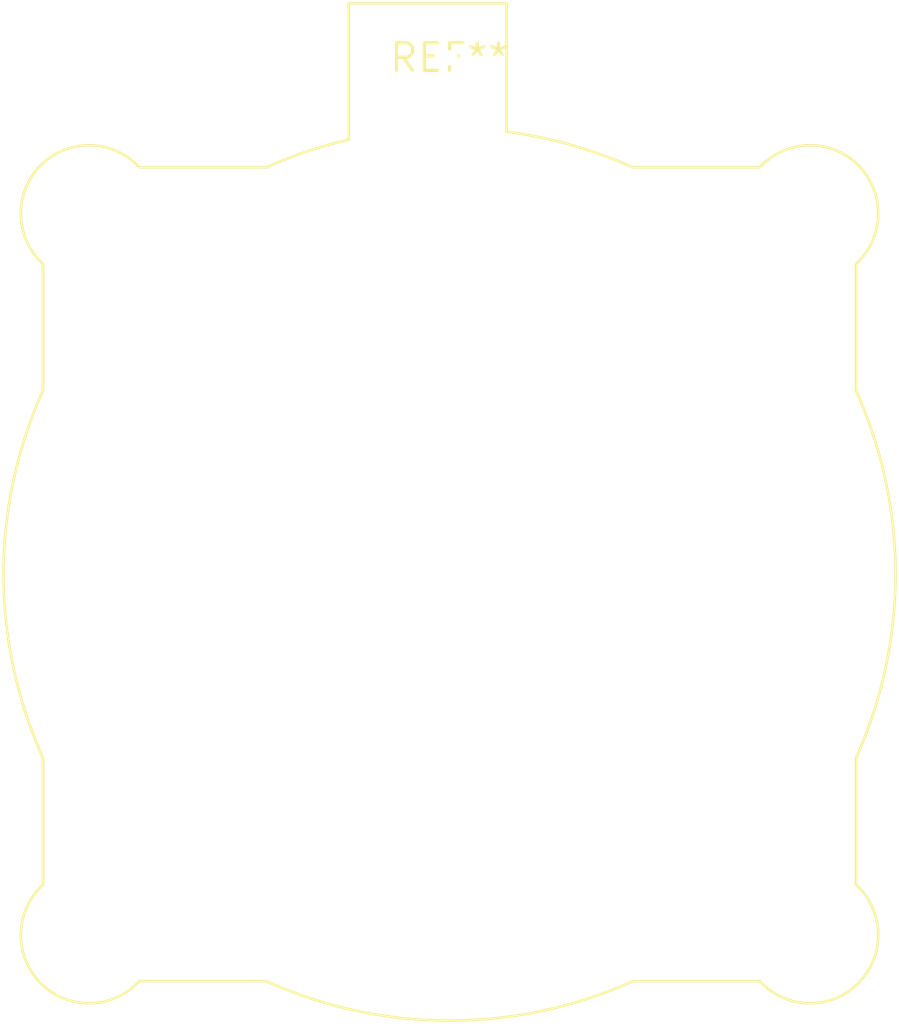
<source format=kicad_pcb>
(kicad_pcb (version 20240108) (generator pcbnew)
  (layers (0 "F.Cu" signal) (31 "B.Cu" signal) (34 "B.Paste" user) (35 "F.Paste" user) (36 "B.SilkS" user "B.Silkscreen") (37 "F.SilkS" user "F.Silkscreen") (38 "B.Mask" user) (39 "F.Mask" user) (44 "Edge.Cuts" user))
  (net 0 "")
  (footprint "LEM_HTFS" (layer "F.Cu") (at 0 0)
    (property "Reference" "REF**")
    (property "Value" "LEM_HTFS")
    (fp_line (start -18.61 15.23) (end -18.61 9.42) (layer "F.SilkS") (stroke (width 0.12)))
    (fp_line (start -18.61 37.82) (end -18.61 32.01) (layer "F.SilkS") (stroke (width 0.12)))
    (fp_line (start -8.38 5.01) (end -14.2 5.01) (layer "F.SilkS") (stroke (width 0.12)))
    (fp_line (start -8.38 42.23) (end -14.2 42.23) (layer "F.SilkS") (stroke (width 0.12)))
    (fp_line (start -4.61 -2.49) (end -4.61 3.74) (layer "F.SilkS") (stroke (width 0.12)))
    (fp_line (start -4.61 -2.49) (end 2.61 -2.49) (layer "F.SilkS") (stroke (width 0.12)))
    (fp_line (start 2.61 -2.49) (end 2.61 3.37) (layer "F.SilkS") (stroke (width 0.12)))
    (fp_line (start 8.38 5.01) (end 14.2 5.01) (layer "F.SilkS") (stroke (width 0.12)))
    (fp_line (start 8.38 42.23) (end 14.2 42.23) (layer "F.SilkS") (stroke (width 0.12)))
    (fp_line (start 18.61 15.23) (end 18.61 9.42) (layer "F.SilkS") (stroke (width 0.12)))
    (fp_line (start 18.61 37.82) (end 18.61 32.01) (layer "F.SilkS") (stroke (width 0.12)))
    (fp_arc (start -18.615098 31.998684) (mid -20.413823 23.613794) (end -18.61 15.23) (layer "F.SilkS") (stroke (width 0.12)))
    (fp_arc (start -18.607349 9.422429) (mid -18.708316 4.914226) (end -14.2 5.01) (layer "F.SilkS") (stroke (width 0.12)))
    (fp_arc (start -14.197571 42.227349) (mid -18.705774 42.328316) (end -18.61 37.82) (layer "F.SilkS") (stroke (width 0.12)))
    (fp_arc (start -8.351096 4.999428) (mid -6.511071 4.279047) (end -4.61 3.74) (layer "F.SilkS") (stroke (width 0.12)))
    (fp_arc (start 2.60813 3.377615) (mid 5.55436 3.980612) (end 8.38 5.01) (layer "F.SilkS") (stroke (width 0.12)))
    (fp_arc (start 8.39 42.23) (mid 0.006206 44.033823) (end -8.378684 42.235098) (layer "F.SilkS") (stroke (width 0.12)))
    (fp_arc (start 14.197571 5.012651) (mid 18.705774 4.911684) (end 18.61 9.42) (layer "F.SilkS") (stroke (width 0.12)))
    (fp_arc (start 18.607349 37.817571) (mid 18.708316 42.325774) (end 14.2 42.23) (layer "F.SilkS") (stroke (width 0.12)))
    (fp_arc (start 18.61 15.23) (mid 20.413823 23.613794) (end 18.615098 31.998684) (layer "F.SilkS") (stroke (width 0.12)))
    (pad "" np_thru_hole circle (at -16.5 7.12) (size 1.2 1.2) (drill 1.2) (layers *.Cu *.Mask))
    (pad "" np_thru_hole circle (at -16.5 40.12) (size 1.2 1.2) (drill 1.2) (layers *.Cu *.Mask))
    (pad "" np_thru_hole circle (at 0 23.62) (size 22 22) (drill 22) (layers *.Cu *.Mask))
    (pad "" np_thru_hole circle (at 16.5 7.12) (size 1.2 1.2) (drill 1.2) (layers *.Cu *.Mask))
    (pad "" np_thru_hole circle (at 16.5 40.12) (size 1.2 1.2) (drill 1.2) (layers *.Cu *.Mask))
    (pad "1" thru_hole rect (at 0 0) (size 1.5 1.5) (drill 0.7) (layers *.Cu *.Mask) (remove_unused_layers))
    (pad "2" thru_hole circle (at 0 2.54) (size 1.5 1.5) (drill 0.7) (layers *.Cu *.Mask) (remove_unused_layers))
    (pad "3" thru_hole circle (at 0 5.08) (size 1.5 1.5) (drill 0.7) (layers *.Cu *.Mask) (remove_unused_layers))
    (pad "4" thru_hole circle (at 0 7.62) (size 1.5 1.5) (drill 0.7) (layers *.Cu *.Mask) (remove_unused_layers))
  )
)
</source>
